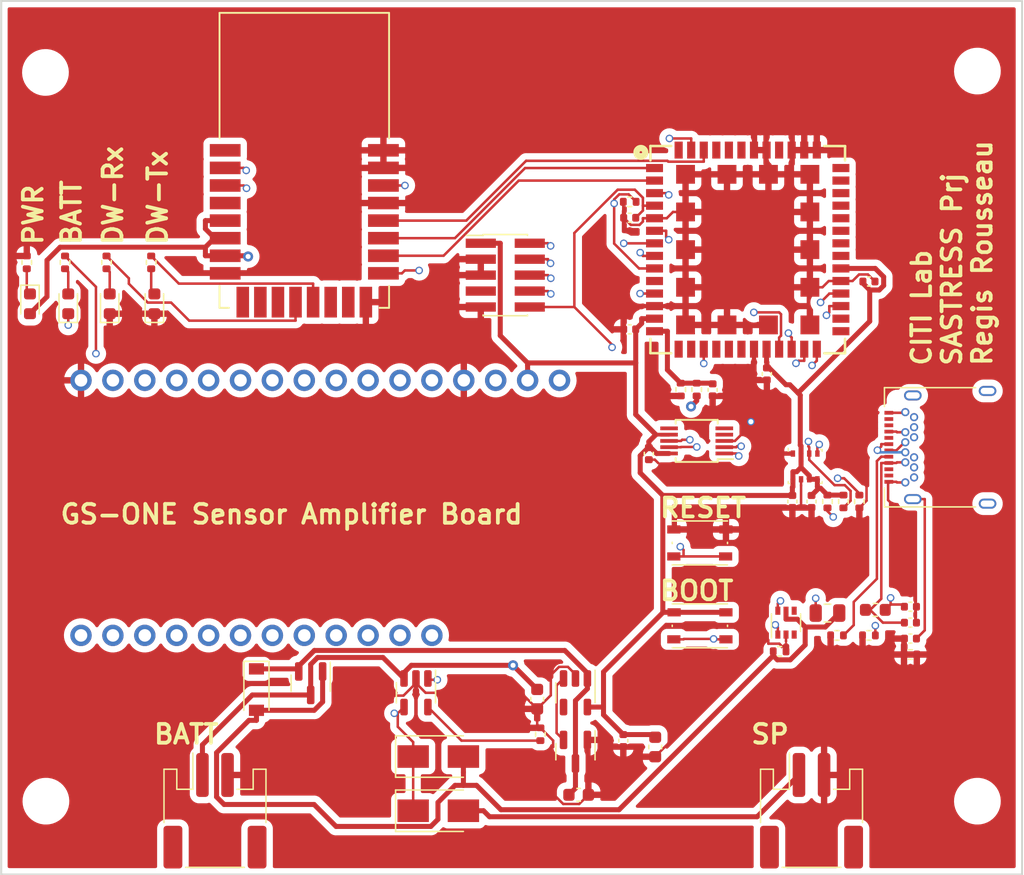
<source format=kicad_pcb>
(kicad_pcb (version 20211014) (generator pcbnew)
  (layers (0 "F.Cu" signal) (1 "In1.Cu" signal) (2 "In2.Cu" signal) (31 "B.Cu" signal) (34 "B.Paste" user) (35 "F.Paste" user) (36 "B.SilkS" user "B.Silkscreen") (37 "F.SilkS" user "F.Silkscreen") (38 "B.Mask" user) (39 "F.Mask" user) (44 "Edge.Cuts" user))
  (net 0 "")
  (net 1 "GND")
  (net 2 "VBAT")
  (net 3 "+BATT")
  (net 4 "+3V3")
  (net 5 "VDD_IN")
  (net 6 "Net-(C105-Pad2)")
  (net 7 "Net-(C106-Pad1)")
  (net 8 "Net-(C107-Pad1)")
  (net 9 "NRST")
  (net 10 "Net-(D100-Pad1)")
  (net 11 "Net-(D101-Pad1)")
  (net 12 "Net-(D101-Pad2)")
  (net 13 "Net-(D102-Pad1)")
  (net 14 "VBUS")
  (net 15 "VDC")
  (net 16 "/STM32WL-MAMWLE-C1/USB_N")
  (net 19 "/STM32WL-MAMWLE-C1/USB_P")
  (net 20 "Net-(D200-Pad2)")
  (net 21 "Net-(D201-Pad2)")
  (net 22 "Net-(J102-PadA5)")
  (net 24 "Net-(J102-PadB5)")
  (net 26 "PA13_SWDIO")
  (net 27 "PA14_SWCLK")
  (net 28 "PB3_SWO")
  (net 30 "PA15_JTDI")
  (net 31 "Net-(R104-Pad1)")
  (net 32 "TXLED")
  (net 33 "RXLED")
  (net 34 "DW_IRQ")
  (net 35 "BOOTO")
  (net 36 "BME_SDA")
  (net 37 "BME_SCL")
  (net 38 "LDO_EN")
  (net 41 "DW_WAKEUP")
  (net 42 "DW_RSTn")
  (net 49 "DW_CSn")
  (net 50 "DW_MOSI")
  (net 51 "DW_MISO")
  (net 52 "DW_CLK")
  (net 54 "BME_CLK")
  (net 66 "PB7_RxD1")
  (net 67 "PB6_TxD1")
  (net 69 "ADC0")
  (footprint "Mounting_Holes:MountingHole_2.7mm" (layer "F.Cu") (at 58.636 139.088)
    (fp_text reference "MK3" hide)
    (fp_text value "Mounting_Hole_PAD" hide)
  )
  (footprint "Mounting_Holes:MountingHole_2.7mm" (layer "F.Cu") (at 58.6 81.03)
    (fp_text reference "MK1" hide)
    (fp_text value "Mounting_Hole_PAD" hide)
  )
  (footprint "Mounting_Holes:MountingHole_2.7mm" (layer "F.Cu") (at 132.804 80.922)
    (fp_text reference "MK2" hide)
    (fp_text value "Mounting_Hole_PAD" hide)
  )
  (footprint "Mounting_Holes:MountingHole_2.7mm" (layer "F.Cu") (at 132.804 139.088)
    (fp_text reference "MK4" hide)
    (fp_text value "Mounting_Hole_PAD" hide)
  )
  (footprint "Capacitor_SMD:C_0603_1608Metric" (layer "F.Cu") (at 107.15 134.77 -90)
    (fp_text reference "C103" hide)
    (fp_text value "10uF" hide)
  )
  (footprint "Resistor_SMD:R_0402_1005Metric" (layer "F.Cu") (at 67.018 96.162 -90)
    (fp_text reference "R201" hide)
    (fp_text value "1K5" hide)
  )
  (footprint "Connector_JST:JST_PH_S2B-PH-SM4-TB_1x02-1MP_P2.00mm_Horizontal" (layer "F.Cu") (at 119.596 139.85)
    (fp_text reference "J101" hide)
    (fp_text value "JST_PH" hide)
  )
  (footprint "Connector_PinHeader_1.27mm:PinHeader_2x05_P1.27mm_Vertical_SMD" (layer "F.Cu") (at 95.212 97.178)
    (fp_text reference "J200" hide)
    (fp_text value "Conn_ARM_JTAG_SWD_10" hide)
  )
  (footprint "RF_Module:DWM1000" (layer "F.Cu") (at 79.21 88.034)
    (fp_text reference "U200" hide)
    (fp_text value "DWM1000" hide)
  )
  (footprint "Capacitor_SMD:C_0402_1005Metric" (layer "F.Cu") (at 106.642 111.402 -90)
    (fp_text reference "C200" hide)
    (fp_text value "100nF" hide)
  )
  (footprint "Package_TO_SOT_SMD:SOT-363_SC-70-6" (layer "F.Cu") (at 117.564 124.864 90)
    (fp_text reference "D105" hide)
    (fp_text value "NUP2202" hide)
  )
  (footprint "Capacitor_SMD:C_0402_1005Metric" (layer "F.Cu") (at 105.118 92.606 180)
    (fp_text reference "C201" hide)
    (fp_text value "100nF" hide)
  )
  (footprint "LED_SMD:LED_0603_1608Metric" (layer "F.Cu") (at 63.716 99.464 90)
    (fp_text reference "D200" hide)
    (fp_text value "RX-GREEN" hide)
  )
  (footprint "Capacitor_SMD:C_0402_1005Metric" (layer "F.Cu") (at 105.118 101.496)
    (fp_text reference "C204" hide)
    (fp_text value "100nF" hide)
  )
  (footprint "Package_SO:MSOP-10_3x3mm_P0.5mm" (layer "F.Cu") (at 110.452 110.386 180)
    (fp_text reference "U202" hide)
    (fp_text value "CH340E" hide)
  )
  (footprint "Resistor_SMD:R_0402_1005Metric" (layer "F.Cu") (at 57.112 96.162 90)
    (fp_text reference "R102" hide)
    (fp_text value "1K5" hide)
  )
  (footprint "Connector_USB:USB_C_Receptacle_Amphenol_12401548E4-2A" (layer "F.Cu") (at 130.772 110.894 90)
    (fp_text reference "J102" hide)
    (fp_text value "USB_C_Receptacle_USB2.0" hide)
  )
  (footprint "Package_TO_SOT_SMD:SOT-23-5" (layer "F.Cu") (at 88.1 130.452 -90)
    (fp_text reference "U101" hide)
    (fp_text value "MCP73831" hide)
  )
  (footprint "Capacitor_SMD:C_0402_1005Metric" (layer "F.Cu") (at 111.722 106.322 90)
    (fp_text reference "C100" hide)
    (fp_text value "100nF" hide)
  )
  (footprint "LED_SMD:LED_0603_1608Metric" (layer "F.Cu") (at 60.414 99.464 90)
    (fp_text reference "D101" hide)
    (fp_text value "CH_ORANGE" hide)
  )
  (footprint "Button_Switch_SMD:SW_Push_1P1T_NO_Vertical_Wuerth_434133025816" (layer "F.Cu") (at 110.706 125.118 180)
    (fp_text reference "SW201" hide)
    (fp_text value "BOOTO" hide)
  )
  (footprint "Capacitor_SMD:C_0402_1005Metric" (layer "F.Cu") (at 127.47 123.594)
    (fp_text reference "C107" hide)
    (fp_text value "100nF" hide)
  )
  (footprint "Package_TO_SOT_SMD:SOT-23" (layer "F.Cu") (at 79.718 129.69 -90)
    (fp_text reference "Q100" hide)
    (fp_text value "SI2323DS" hide)
  )
  (footprint "Resistor_SMD:R_0402_1005Metric" (layer "F.Cu") (at 110.452 106.294 90)
    (fp_text reference "R100" hide)
    (fp_text value "1M" hide)
  )
  (footprint "Connector_JST:JST_PH_S2B-PH-SM4-TB_1x02-1MP_P2.00mm_Horizontal" (layer "F.Cu") (at 72.098 139.85)
    (fp_text reference "J100" hide)
    (fp_text value "JST_PH" hide)
  )
  (footprint "Inductor_SMD:L_0603_1608Metric" (layer "F.Cu") (at 124.676 123.848)
    (fp_text reference "FB100" hide)
    (fp_text value "PZ1608D221-1R0TF" hide)
  )
  (footprint "Capacitor_SMD:C_0402_1005Metric" (layer "F.Cu") (at 124.168 97.686 180)
    (fp_text reference "C205" hide)
    (fp_text value "100nF" hide)
  )
  (footprint "LED_SMD:LED_0603_1608Metric" (layer "F.Cu") (at 57.366 99.464 -90)
    (fp_text reference "D100" hide)
    (fp_text value "PWR-RED" hide)
  )
  (footprint "Resistor_SMD:R_0402_1005Metric" (layer "F.Cu") (at 105.118 91.336 180)
    (fp_text reference "R202" hide)
    (fp_text value "1K5" hide)
  )
  (footprint "LED_SMD:LED_0603_1608Metric" (layer "F.Cu") (at 67.272 99.464 90)
    (fp_text reference "D201" hide)
    (fp_text value "TX-BLUE" hide)
  )
  (footprint "Button_Switch_SMD:SW_Push_1P1T_NO_Vertical_Wuerth_434133025816" (layer "F.Cu") (at 110.706 118.514)
    (fp_text reference "SW200" hide)
    (fp_text value "RESET" hide)
  )
  (footprint "Resistor_SMD:R_0402_1005Metric" (layer "F.Cu") (at 127.47 127.404)
    (fp_text reference "R106" hide)
    (fp_text value "1M" hide)
  )
  (footprint "Capacitor_SMD:C_0603_1608Metric" (layer "F.Cu") (at 101.054 138.58)
    (fp_text reference "C104" hide)
    (fp_text value "10uF" hide)
  )
  (footprint "Diode_SMD:D_SMA" (layer "F.Cu") (at 89.878 135.532)
    (fp_text reference "D102" hide)
    (fp_text value "SS14" hide)
  )
  (footprint "Capacitor_SMD:C_0402_1005Metric" (layer "F.Cu") (at 127.47 126.134)
    (fp_text reference "C105" hide)
    (fp_text value "10nF" hide)
  )
  (footprint "Resistor_SMD:R_0402_1005Metric" (layer "F.Cu") (at 117.056 127.15)
    (fp_text reference "R105" hide)
    (fp_text value "100K" hide)
  )
  (footprint "Resistor_SMD:R_0402_1005Metric" (layer "F.Cu") (at 120.866 115.212 90)
    (fp_text reference "R205" hide)
    (fp_text value "5K1" hide)
  )
  (footprint "Capacitor_SMD:C_0402_1005Metric" (layer "F.Cu") (at 118.072 115.212 -90)
    (fp_text reference "C202" hide)
    (fp_text value "100nF" hide)
  )
  (footprint "Capacitor_SMD:C_0402_1005Metric" (layer "F.Cu") (at 116.04 105.052 -90)
    (fp_text reference "C206" hide)
    (fp_text value "100nF" hide)
  )
  (footprint "Diode_SMD:D_SOD-123" (layer "F.Cu") (at 75.4 130.198 -90)
    (fp_text reference "D104" hide)
    (fp_text value "B5819W" hide)
  )
  (footprint "Capacitor_SMD:C_0603_1608Metric" (layer "F.Cu") (at 97.752 130.96 -90)
    (fp_text reference "C101" hide)
    (fp_text value "10uF" hide)
  )
  (footprint "Resistor_SMD:R_0402_1005Metric" (layer "F.Cu") (at 109.182 106.294 -90)
    (fp_text reference "R101" hide)
    (fp_text value "1M" hide)
  )
  (footprint "Capacitor_SMD:C_0402_1005Metric" (layer "F.Cu") (at 104.61 134.262 -90)
    (fp_text reference "C102" hide)
    (fp_text value "100nF" hide)
  )
  (footprint "MAMWLExx:MAMWLExx" (layer "F.Cu") (at 114.516 95.146)
    (fp_text reference "U201" hide)
    (fp_text value "MAMWLExx" hide)
  )
  (footprint "Package_LGA:Bosch_LGA-8_2.5x2.5mm_P0.65mm_ClockwisePinNumbering" (layer "F.Cu") (at 119.088 112.418)
    (fp_text reference "U203" hide)
    (fp_text value "BME280" hide)
  )
  (footprint "Diode_SMD:D_SMA" (layer "F.Cu") (at 89.878 139.85)
    (fp_text reference "D103" hide)
    (fp_text value "SS14" hide)
  )
  (footprint "Resistor_SMD:R_0402_1005Metric" (layer "F.Cu") (at 98.006 133.754 90)
    (fp_text reference "R104" hide)
    (fp_text value "4K7" hide)
  )
  (footprint "Fuse:Fuse_0805_2012Metric" (layer "F.Cu") (at 120.866 124.102)
    (fp_text reference "F101" hide)
    (fp_text value "0.75A" hide)
  )
  (footprint "Resistor_SMD:R_0402_1005Metric" (layer "F.Cu") (at 123.406 115.212 -90)
    (fp_text reference "R203" hide)
    (fp_text value "100K" hide)
  )
  (footprint "Resistor_SMD:R_0402_1005Metric" (layer "F.Cu") (at 121.626 125.88)
    (fp_text reference "R107" hide)
    (fp_text value "5K1" hide)
  )
  (footprint "Resistor_SMD:R_0402_1005Metric" (layer "F.Cu") (at 122.136 115.212 90)
    (fp_text reference "R204" hide)
    (fp_text value "5K1" hide)
  )
  (footprint "Capacitor_SMD:C_0402_1005Metric" (layer "F.Cu") (at 127.47 124.864)
    (fp_text reference "C106" hide)
    (fp_text value "10nF" hide)
  )
  (footprint "Package_TO_SOT_SMD:SOT-23" (layer "F.Cu") (at 100.8 135.1455 -90)
    (fp_text reference "U100" hide)
    (fp_text value "TPS3809K33D" hide)
  )
  (footprint "Resistor_SMD:R_0402_1005Metric" (layer "F.Cu") (at 124.168 125.88)
    (fp_text reference "R108" hide)
    (fp_text value "5K1" hide)
  )
  (footprint "Resistor_SMD:R_0402_1005Metric" (layer "F.Cu") (at 63.462 96.162 -90)
    (fp_text reference "R200" hide)
    (fp_text value "1k5" hide)
  )
  (footprint "penguino_v1:Feather-Generic-no-holes" (layer "F.Cu") (at 105.88 104.29 -90)
    (fp_text reference "U300" hide)
    (fp_text value "Feather-Generic")
  )
  (footprint "Capacitor_SMD:C_0402_1005Metric" (layer "F.Cu") (at 119.596 115.212 -90)
    (fp_text reference "C203" hide)
    (fp_text value "100nF" hide)
  )
  (footprint "Resistor_SMD:R_0402_1005Metric" (layer "F.Cu") (at 60.16 96.162 -90)
    (fp_text reference "R103" hide)
    (fp_text value "1K5" hide)
  )
  (footprint "Package_TO_SOT_SMD:TSOT-23-5" (layer "F.Cu") (at 100.8 130.452 -90)
    (fp_text reference "U102" hide)
    (fp_text value "RT9078-33GJ5" hide)
  )
  (gr_rect (start 55.08 75.334) (end 136.36 144.93) (layer "Edge.Cuts") (width 0.15) (fill none))
  (gr_text "SP" (at 116.294 133.754) (layer "F.SilkS") (effects (font (size 1.5 1.5) (thickness 0.3))))
  (gr_text "BOOT" (at 110.452 122.324) (layer "F.SilkS") (effects (font (size 1.5 1.5) (thickness 0.3))))
  (gr_text "DW-Rx" (at 63.97 90.828 90) (layer "F.SilkS") (effects (font (size 1.5 1.5) (thickness 0.3))))
  (gr_text "RESET" (at 110.96 115.72) (layer "F.SilkS") (effects (font (size 1.5 1.5) (thickness 0.3))))
  (gr_text "CITI Lab\nSASTRESS Prj\nRegis Rousseau" (at 130.772 104.544 90) (layer "F.SilkS") (effects (font (size 1.5 1.5) (thickness 0.3)) (justify left)))
  (gr_text "DW-Tx" (at 67.526 91.006572 90) (layer "F.SilkS") (effects (font (size 1.5 1.5) (thickness 0.3))))
  (gr_text "BATT" (at 69.812 133.754) (layer "F.SilkS") (effects (font (size 1.5 1.5) (thickness 0.3))))
  (gr_text "PWR" (at 57.62 92.363714 90) (layer "F.SilkS") (effects (font (size 1.5 1.5) (thickness 0.3))))
  (gr_text "GS-ONE Sensor Amplifier Board" (at 78.194 116.228) (layer "F.SilkS") (effects (font (size 1.5 1.5) (thickness 0.3))))
  (gr_text "BATT" (at 60.668 92.185143 90) (layer "F.SilkS") (effects (font (size 1.5 1.5) (thickness 0.3))))
  (segment (start 119.016 87.216) (end 119.016 87.6786) (width 0.2) (layer "F.Cu") (net 1))
  (segment (start 106.1707 92.646) (end 106.1707 92.9064) (width 0.2) (layer "F.Cu") (net 1))
  (segment (start 106.1707 92.9064) (end 105.902 93.1751) (width 0.2) (layer "F.Cu") (net 1))
  (segment (start 107.096 92.646) (end 106.1707 92.646) (width 0.2) (layer "F.Cu") (net 1))
  (segment (start 126.4023 113.694) (end 126.3523 113.644) (width 0.2) (layer "F.Cu") (net 1))
  (segment (start 127.062 113.694) (end 126.4023 113.694) (width 0.2) (layer "F.Cu") (net 1))
  (segment (start 126.99 126.134) (end 126.96 126.164) (width 0.2) (layer "F.Cu") (net 1))
  (segment (start 127.012 108.144) (end 127.062 108.094) (width 0.2) (layer "F.Cu") (net 1))
  (segment (start 123.9768 115.1512) (end 123.9768 114.0048) (width 0.2) (layer "F.Cu") (net 1))
  (segment (start 120.4663 98.146) (end 120.9663 97.646) (width 0.2) (layer "F.Cu") (net 1))
  (segment (start 86.322 130.706) (end 86.35052 130.67748) (width 0.2) (layer "F.Cu") (net 1))
  (segment (start 116.1553 126.5397) (end 117.0342 126.5397) (width 0.2) (layer "F.Cu") (net 1))
  (segment (start 107.096 92.646) (end 108.0659 92.646) (width 0.2) (layer "F.Cu") (net 1))
  (segment (start 104.608 91.336) (end 104.608 92.576) (width 0.2) (layer "F.Cu") (net 1))
  (segment (start 125.692 115.099) (end 125.805 115.212) (width 0.2) (layer "F.Cu") (net 1))
  (segment (start 123.9768 115.1512) (end 123.406 115.722) (width 0.2) (layer "F.Cu") (net 1))
  (segment (start 125.882 113.644) (end 125.8366 113.644) (width 0.2) (layer "F.Cu") (net 1))
  (segment (start 120.9663 97.646) (end 121.936 97.646) (width 0.2) (layer "F.Cu") (net 1))
  (segment (start 88.1 129.6837) (end 88.1 129.3145) (width 0.2) (layer "F.Cu") (net 1))
  (segment (start 124.0871 97.1251) (end 123.3822 97.1251) (width 0.2) (layer "F.Cu") (net 1))
  (segment (start 100.1953 128.3846) (end 99.4953 128.3846) (width 0.2) (layer "F.Cu") (net 1))
  (segment (start 107.122 111.882) (end 107.404 112.164) (width 0.2) (layer "F.Cu") (net 1))
  (segment (start 98.8375 129.0424) (end 98.8375 130.6495) (width 0.2) (layer "F.Cu") (net 1))
  (segment (start 104.608 92.576) (end 104.638 92.606) (width 0.2) (layer "F.Cu") (net 1))
  (segment (start 88.8683 130.452) (end 88.1 129.6837) (width 0.2) (layer "F.Cu") (net 1))
  (segment (start 98.006 133.244) (end 99.0225 134.2605) (width 0.2) (layer "F.Cu") (net 1))
  (segment (start 116.016 87.216) (end 116.016 87.6786) (width 0.2) (layer "F.Cu") (net 1))
  (segment (start 100.8 128.9893) (end 100.1953 128.3846) (width 0.2) (layer "F.Cu") (net 1))
  (segment (start 100.8 129.3145) (end 100.8 128.9893) (width 0.2) (layer "F.Cu") (net 1))
  (segment (start 99.8266 139.3117) (end 101.0973 139.3117) (width 0.2) (layer "F.Cu") (net 1))
  (segment (start 106.642 111.882) (end 107.122 111.882) (width 0.2) (layer "F.Cu") (net 1))
  (segment (start 109.566 92.146) (end 108.5657 92.146) (width 0.2) (layer "F.Cu") (net 1))
  (segment (start 116.166 89.146) (end 116.166 88.6458) (width 0.2) (layer "F.Cu") (net 1))
  (segment (start 121.936 97.646) (end 122.8613 97.646) (width 0.2) (layer "F.Cu") (net 1))
  (segment (start 105.2071 93.1751) (end 104.638 92.606) (width 0.2) (layer "F.Cu") (net 1))
  (segment (start 84.11 99.2209) (end 84.11 99.3302) (width 0.2) (layer "F.Cu") (net 1))
  (segment (start 97.752 131.735) (end 96.469 130.452) (width 0.2) (layer "F.Cu") (net 1))
  (segment (start 84.11 99.2209) (end 84.11 99.1116) (width 0.2) (layer "F.Cu") (net 1))
  (segment (start 99.0225 134.7695) (end 99.022 134.77) (width 0.2) (layer "F.Cu") (net 1))
  (segment (start 120.016 87.216) (end 120.016 87.6786) (width 0.2) (layer "F.Cu") (net 1))
  (segment (start 116.1553 126.2493) (end 116.1553 126.5397) (width 0.2) (layer "F.Cu") (net 1))
  (segment (start 99.0225 138.5076) (end 99.8266 139.3117) (width 0.2) (layer "F.Cu") (net 1))
  (segment (start 125.752 113.644) (end 125.8366 113.644) (width 0.2) (layer "F.Cu") (net 1))
  (segment (start 124.648 97.686) (end 124.0871 97.1251) (width 0.2) (layer "F.Cu") (net 1))
  (segment (start 117.2239 126.7294) (end 117.2239 126.8079) (width 0.2) (layer "F.Cu") (net 1))
  (segment (start 108.5657 92.1462) (end 108.5657 92.146) (width 0.2) (layer "F.Cu") (net 1))
  (segment (start 117.0342 126.5397) (end 117.2239 126.7294) (width 0.2) (layer "F.Cu") (net 1))
  (segment (start 105.902 93.1751) (end 105.2071 93.1751) (width 0.2) (layer "F.Cu") (net 1))
  (segment (start 99.4953 128.3846) (end 98.8375 129.0424) (width 0.2) (layer "F.Cu") (net 1))
  (segment (start 108.0661 92.6458) (end 108.5657 92.1462) (width 0.2) (layer "F.Cu") (net 1))
  (segment (start 99.0225 134.2605) (end 99.0225 134.7695) (width 0.2) (layer "F.Cu") (net 1))
  (segment (start 125.882 113.644) (end 126.3523 113.644) (width 0.2) (layer "F.Cu") (net 1))
  (segment (start 113.501022 110.386) (end 112.652 110.386) (width 0.2) (layer "F.Cu") (net 1))
  (segment (start 118.016 87.216) (end 118.016 87.6786) (width 0.2) (layer "F.Cu") (net 1))
  (segment (start 119.466 98.146) (end 120.4663 98.146) (width 0.2) (layer "F.Cu") (net 1))
  (segment (start 96.469 130.452) (end 88.8683 130.452) (width 0.2) (layer "F.Cu") (net 1))
  (segment (start 97.752 132.99) (end 98.006 133.244) (width 0.2) (layer "F.Cu") (net 1))
  (segment (start 101.0973 139.3117) (end 101.829 138.58) (width 0.2) (layer "F.Cu") (net 1))
  (segment (start 108.0659 92.646) (end 108.0661 92.6458) (width 0.2) (layer "F.Cu") (net 1))
  (segment (start 125.692 113.7886) (end 125.692 115.099) (width 0.2) (layer "F.Cu") (net 1))
  (segment (start 125.8366 113.644) (end 125.692 113.7886) (width 0.2) (layer "F.Cu") (net 1))
  (segment (start 87.10622 130.67748) (end 88.1 129.6837) (width 0.2) (layer "F.Cu") (net 1))
  (segment (start 107.15 135.545) (end 107.15 135.532) (width 0.2) (layer "F.Cu") (net 1))
  (segment (start 123.9768 114.0048) (end 123.914 113.942) (width 0.2) (layer "F.Cu") (net 1))
  (segment (start 98.8375 130.6495) (end 97.752 131.735) (width 0.2) (layer "F.Cu") (net 1))
  (segment (start 115.016 87.216) (end 115.016 87.6786) (width 0.2) (layer "F.Cu") (net 1))
  (segment (start 116.04 105.532) (end 115.8472 105.532) (width 0.2) (layer "F.Cu") (net 1))
  (segment (start 114.77 109.117022) (end 113.501022 110.386) (width 0.2) (layer "F.Cu") (net 1))
  (segment (start 117.564 125.814) (end 117.564 126.3893) (width 0.2) (layer "F.Cu") (net 1))
  (segment (start 123.3822 97.1251) (end 122.8613 97.646) (width 0.2) (layer "F.Cu") (net 1))
  (segment (start 86.35052 130.67748) (end 87.10622 130.67748) (width 0.2) (layer "F.Cu") (net 1))
  (segment (start 116.04 126.134) (end 116.1553 126.2493) (width 0.2) (layer "F.Cu") (net 1))
  (segment (start 118.763 115.692) (end 118.763 113.9433) (width 0.2) (layer "F.Cu") (net 1))
  (segment (start 107.912 134.77) (end 108.166 134.516) (width 0.2) (layer "F.Cu") (net 1))
  (segment (start 114.77 108.8588) (end 114.77 109.117022) (width 0.2) (layer "F.Cu") (net 1))
  (segment (start 97.752 131.735) (end 97.752 132.99) (width 0.2) (layer "F.Cu") (net 1))
  (segment (start 107.15 135.532) (end 107.912 134.77) (width 0.2) (layer "F.Cu") (net 1))
  (segment (start 125.752 108.144) (end 127.012 108.144) (width 0.2) (layer "F.Cu") (net 1))
  (segment (start 118.763 113.443) (end 118.763 113.9433) (width 0.2) (layer "F.Cu") (net 1))
  (via (at 114.77 108.8588) (size 0.6) (drill 0.4) (layers "F.Cu" "B.Cu") (net 1))
  (segment (start 111.664 105.784) (end 110.452 105.784) (width 0.4) (layer "F.Cu") (net 2))
  (segment (start 109.182 105.784) (end 108.1213 104.7233) (width 0.4) (layer "F.Cu") (net 2))
  (segment (start 111.722 105.842) (end 111.664 105.784) (width 0.4) (layer "F.Cu") (net 2))
  (segment (start 107.096 101.646) (end 108.1213 101.646) (width 0.4) (layer "F.Cu") (net 2))
  (segment (start 110.452 105.784) (end 109.182 105.784) (width 0.4) (layer "F.Cu") (net 2))
  (segment (start 108.1213 104.7233) (end 108.1213 101.646) (width 0.4) (layer "F.Cu") (net 2))
  (segment (start 97.752 130.185) (end 95.8316 128.2646) (width 0.4) (layer "F.Cu") (net 3))
  (segment (start 87.7332 128.2646) (end 95.8316 128.2646) (width 0.4) (layer "F.Cu") (net 3))
  (segment (start 75.0675 130.6275) (end 71.098 134.597) (width 0.4) (layer "F.Cu") (net 3))
  (segment (start 87.15 129.3145) (end 85.4751 127.6396) (width 0.4) (layer "F.Cu") (net 3))
  (segment (start 110.002 107.6424) (end 110.452 107.1924) (width 0.4) (layer "F.Cu") (net 3))
  (segment (start 110.452 107.1924) (end 110.452 106.804) (width 0.4) (layer "F.Cu") (net 3))
  (segment (start 87.15 128.8478) (end 87.7332 128.2646) (width 0.4) (layer "F.Cu") (net 3))
  (segment (start 79.718 128.1916) (end 79.718 130.6275) (width 0.4) (layer "F.Cu") (net 3))
  (segment (start 87.15 129.3145) (end 87.15 128.8478) (width 0.4) (layer "F.Cu") (net 3))
  (segment (start 79.718 130.6275) (end 75.0675 130.6275) (width 0.4) (layer "F.Cu") (net 3))
  (segment (start 85.4751 127.6396) (end 80.27 127.6396) (width 0.4) (layer "F.Cu") (net 3))
  (segment (start 71.098 134.597) (end 71.098 137) (width 0.4) (layer "F.Cu") (net 3))
  (segment (start 80.27 127.6396) (end 79.718 128.1916) (width 0.4) (layer "F.Cu") (net 3))
  (via (at 110.002 107.6424) (size 0.8) (drill 0.4) (layers "F.Cu" "B.Cu") (net 3))
  (via (at 95.8316 128.2646) (size 0.8) (drill 0.4) (layers "F.Cu" "B.Cu") (net 3))
  (segment (start 72.91 95.6352) (end 74.4853 95.6352) (width 0.4) (layer "F.Cu") (net 4))
  (segment (start 104.61 133.782) (end 103.0341 132.2061) (width 0.4) (layer "F.Cu") (net 4))
  (segment (start 120.1739 114.1541) (end 120.3181 114.1541) (width 0.4) (layer "F.Cu") (net 4))
  (segment (start 74.7342 95.6947) (end 74.5448 95.6947) (width 0.4) (layer "F.Cu") (net 4))
  (segment (start 123.688 97.8244) (end 123.688 97.686) (width 0.4) (layer "F.Cu") (net 4))
  (segment (start 71.3347 93.4886) (end 71.3347 92.8352) (width 0.4) (layer "F.Cu") (net 4))
  (segment (start 118.072 114.0843) (end 118.072 114.732) (width 0.4) (layer "F.Cu") (net 4))
  (segment (start 117.5618 105.9132) (end 117.8713 105.9132) (width 0.4) (layer "F.Cu") (net 4))
  (segment (start 106.642 110.4456) (end 106.642 110.922) (width 0.4) (layer "F.Cu") (net 4))
  (segment (start 118.763 112.4931) (end 118.763 111.9933) (width 0.4) (layer "F.Cu") (net 4))
  (segment (start 120.063 114.0433) (end 120.1739 114.1541) (width 0.4) (layer "F.Cu") (net 4))
  (segment (start 72.0516 94.2352) (end 72.1224 94.2352) (width 0.4) (layer "F.Cu") (net 4))
  (segment (start 118.763 111.393) (end 118.763 110.7927) (width 0.4) (layer "F.Cu") (net 4))
  (segment (start 105.598 108.2824) (end 107.2016 109.886) (width 0.4) (layer "F.Cu") (net 4))
  (segment (start 119.413 113.3932) (end 119.413 113.1507) (width 0.4) (layer "F.Cu") (net 4))
  (segment (start 125.3394 98.0091) (end 124.9837 98.3648) (width 0.4) (layer "F.Cu") (net 4))
  (segment (start 71.3347 95.6352) (end 71.3347 94.9521) (width 0.4) (layer "F.Cu") (net 4))
  (segment (start 124.6717 96.646) (end 125.3394 97.3137) (width 0.4) (layer "F.Cu") (net 4))
  (segment (start 117.8713 105.9132) (end 118.5221 106.5639) (width 0.4) (layer "F.Cu") (net 4))
  (segment (start 108.656 124.043) (end 107.7807 124.043) (width 0.4) (layer "F.Cu") (net 4))
  (segment (start 120.063 113.443) (end 119.5377 113.443) (width 0.4) (layer "F.Cu") (net 4))
  (segment (start 119.596 114.732) (end 120.1739 114.1541) (width 0.4) (layer "F.Cu") (net 4))
  (segment (start 58.7217 95.9972) (end 58.7217 98.8958) (width 0.4) (layer "F.Cu") (net 4))
  (segment (start 107.7807 124.043) (end 107.7556 124.0179) (width 0.4) (layer "F.Cu") (net 4))
  (segment (start 119.413 113.1507) (end 118.7592 112.4969) (width 0.4) (layer "F.Cu") (net 4))
  (segment (start 72.91 94.2352) (end 72.1224 94.2352) (width 0.4) (layer "F.Cu") (net 4))
  (segment (start 101.75 131.5895) (end 103.0341 131.5895) (width 0.4) (layer "F.Cu") (net 4))
  (segment (start 124.2284 100.8576) (end 124.2284 98.3648) (width 0.4) (layer "F.Cu") (net 4))
  (segment (start 94.8123 101.9964) (end 94.8123 94.638) (width 0.4) (layer "F.Cu") (net 4))
  (segment (start 116.016 103.076) (end 116.016 104.1013) (width 0.4) (layer "F.Cu") (net 4))
  (segment (start 120.063 113.443) (end 120.063 114.0433) (width 0.4) (layer "F.Cu") (net 4))
  (segment (start 106.7924 110.922) (end 107.2568 111.3864) (width 0.4) (layer "F.Cu") (net 4))
  (segment (start 118.5221 106.5639) (end 118.7001 106.742) (width 0.4) (layer "F.Cu") (net 4))
  (segment (start 116.04 104.572) (end 116.04 104.1253) (width 0.4) (layer "F.Cu") (net 4))
  (segment (start 107.7556 114.732) (end 118.072 114.732) (width 0.4) (layer "F.Cu") (net 4))
  (segment (start 118.763 111.393) (end 118.763 111.9933) (width 0.4) (layer "F.Cu") (net 4))
  (segment (start 119.4879 113.3932) (end 119.5377 113.443) (width 0.4) (layer "F.Cu") (net 4))
  (segment (start 107.2016 109.886) (end 106.642 110.4456) (width 0.4) (layer "F.Cu") (net 4))
  (segment (start 106.0707 101.0233) (end 106.0707 100.646) (width 0.4) (layer "F.Cu") (net 4))
  (segment (start 120.3181 114.1541) (end 120.866 114.702) (width 0.4) (layer "F.Cu") (net 4))
  (segment (start 107.7556 114.732) (end 105.9561 112.9325) (width 0.4) (layer "F.Cu") (net 4))
  (segment (start 106.937 133.782) (end 107.15 133.995) (width 0.4) (layer "F.Cu") (net 4))
  (segment (start 103.0341 131.5895) (end 103.0341 128.7896) (width 0.4) (layer "F.Cu") (net 4))
  (segment (start 116.2206 104.572) (end 117.5618 105.9132) (width 0.4) (layer "F.Cu") (net 4))
  (segment (start 105.9561 112.9325) (end 105.9561 111.5636) (width 0.4) (layer "F.Cu") (net 4))
  (segment (start 107.2016 109.886) (end 108.252 109.886) (width 0.2998) (layer "F.Cu") (net 4))
  (segment (start 105.598 101.496) (end 106.0707 101.0233) (width 0.4) (layer "F.Cu") (net 4))
  (segment (start 96.99 105.56) (end 96.99 104.3597) (width 0.4) (layer "F.Cu") (net 4))
  (segment (start 72.0813 94.2352) (end 71.3347 93.4886) (width 0.4) (layer "F.Cu") (net 4))
  (segment (start 96.99 104.1741) (end 105.598 104.1741) (width 0.4) (layer "F.Cu") (net 4))
  (segment (start 125.3394 97.3137) (end 125.3394 98.0091) (width 0.4) (layer "F.Cu") (net 4))
  (segment (start 118.113 112.8427) (end 118.4134 112.8427) (width 0.4) (layer "F.Cu") (net 4))
  (segment (start 124.2284 98.3648) (end 123.688 97.8244) (width 0.4) (layer "F.Cu") (net 4))
  (segment (start 96.99 104.1741) (end 94.8123 101.9964) (width 0.4) (layer "F.Cu") (net 4))
  (segment (start 59.7668 94.9521) (end 58.7217 95.9972) (width 0.4) (layer "F.Cu") (net 4))
  (segment (start 118.5221 106.5639) (end 124.2284 100.8576) (width 0.4) (layer "F.Cu") (net 4))
  (segment (start 107.7556 124.0179) (end 107.7556 114.732) (width 0.4) (layer "F.Cu") (net 4))
  (segment (start 112.781 124.043) (end 108.656 124.043) (width 0.4) (layer "F.Cu") (net 4))
  (segment (start 118.4134 112.8427) (end 118.7592 112.4969) (width 0.4) (layer "F.Cu") (net 4))
  (segment (start 103.0341 132.2061) (end 103.0341 131.5895) (width 0.4) (layer "F.Cu") (net 4))
  (segment (start 108.2516 111.3864) (end 108.252 111.386) (width 0.2998) (layer "F.Cu") (net 4))
  (segment (start 96.99 104.3597) (end 96.99 104.1741) (width 0.4) (layer "F.Cu") (net 4))
  (segment (start 106.642 110.922) (end 106.7924 110.922) (width 0.4) (layer "F.Cu") (net 4))
  (segment (start 104.61 133.782) (end 106.937 133.782) (width 0.4) (layer "F.Cu") (net 4))
  (segment (start 93.262 94.638) (end 94.8123 94.638) (width 0.4) (layer "F.Cu") (net 4))
  (segment (start 118.7001 106.742) (end 118.7001 110.7298) (width 0.4) (layer "F.Cu") (net 4))
  (segment (start 106.5977 110.922) (end 106.642 110.922) (width 0.4) (layer "F.Cu") (net 4))
  (segment (start 72.91 92.8352) (end 71.3347 92.8352) (width 0.4) (layer "F.Cu") (net 4))
  (segment (start 58.7217 98.8958) (end 57.366 100.2515) (width 0.4) (layer "F.Cu") (net 4))
  (segment (start 74.5448 95.6947) (end 74.4853 95.6352) (width 0.4) (layer "F.Cu") (net 4))
  (segment (start 71.3347 94.9521) (end 72.0516 94.2352) (width 0.4) (layer "F.Cu") (net 4))
  (segment (start 71.3347 94.9521) (end 59.7668 94.9521) (width 0.4) (layer "F.Cu") (net 4))
  (segment (start 72.26 95.6352) (end 71.3347 95.6352) (width 0.4) (layer "F.Cu") (net 4))
  (segment (start 72.26 95.6352) (end 72.91 95.6352) (width 0.4) (layer "F.Cu") (net 4))
  (segment (start 118.113 114.0433) (end 118.072 114.0843) (width 0.4) (layer "F.Cu") (net 4))
  (segment (start 116.04 104.572) (end 116.2206 104.572) (width 0.4) (layer "F.Cu") (net 4))
  (segment (start 124.9837 98.3648) (end 124.2284 98.3648) (width 0.4) (layer "F.Cu") (net 4))
  (segment (start 105.598 104.1741) (end 105.598 101.496) (width 0.4) (layer "F.Cu") (net 4))
  (segment (start 118.7592 112.4969) (end 118.763 112.4931) (width 0.4) (layer "F.Cu") (net 4))
  (segment (start 119.413 113.443) (end 119.413 113.3932) (width 0.4) (layer "F.Cu") (net 4))
  (segment (start 105.9561 111.5636) (end 106.5977 110.922) (width 0.4) (layer "F.Cu") (net 4))
  (segment (start 107.2568 111.3864) (end 108.2516 111.3864) (width 0.4) (layer "F.Cu") (net 4))
  (segment (start 118.113 113.443) (end 118.113 114.0433) (width 0.4) (layer "F.Cu") (net 4))
  (segment (start 105.598 104.1741) (end 105.598 108.2824) (width 0.4) (layer "F.Cu") (net 4))
  (segment (start 119.413 113.3932) (end 119.4879 113.3932) (width 0.4) (layer "F.Cu") (net 4))
  (segment (start 118.7001 110.7298) (end 118.763 110.7927) (width 0.4) (layer "F.Cu") (net 4))
  (segment (start 120.866 114.702) (end 122.136 114.702) (width 0.4) (layer "F.Cu") (net 4))
  (segment (start 118.113 113.443) (end 118.113 112.8427) (width 0.4) (layer "F.Cu") (net 4))
  (segment (start 121.936 96.646) (end 124.6717 96.646) (width 0.4) (layer "F.Cu") (net 4))
  (segment (start 103.0341 128.7896) (end 107.7807 124.043) (width 0.4) (layer "F.Cu") (net 4))
  (segment (start 72.1224 94.2352) (end 72.0813 94.2352) (width 0.4) (layer "F.Cu") (net 4))
  (segment (start 107.096 100.646) (end 106.0707 100.646) (width 0.4) (layer "F.Cu") (net 4))
  (segment (start 116.04 104.1253) (end 116.016 104.1013) (width 0.4) (layer "F.Cu") (net 4))
  (via (at 74.7342 95.6947) (size 0.8) (drill 0.4) (layers "F.Cu" "B.Cu") (net 4))
  (segment (start 78.768 128.548) (end 78.768 128.7525) (width 0.4) (layer "F.Cu") (net 5))
  (segment (start 99.9472 127.0804) (end 80.0094 127.0804) (width 0.4) (layer "F.Cu") (net 5))
  (segment (start 101.75 128.8832) (end 99.9472 127.0804) (width 0.4) (layer "F.Cu") (net 5))
  (segment (start 100.8 138.059) (end 100.8 136.083) (width 0.4) (layer "F.Cu") (net 5))
  (segment (start 80.0094 127.0804) (end 78.768 128.3218) (width 0.4) (layer "F.Cu") (net 5))
  (segment (start 78.768 128.3218) (end 78.768 128.548) (width 0.4) (layer "F.Cu") (net 5))
  (segment (start 75.4 128.548) (end 78.768 128.548) (width 0.4) (layer "F.Cu") (net 5))
  (segment (start 100.8 136.083) (end 100.8 131.0783) (width 0.4) (layer "F.Cu") (net 5))
  (segment (start 100.8 131.0783) (end 101.75 130.1283) (width 0.4) (layer "F.Cu") (net 5))
  (segment (start 101.75 130.1283) (end 101.75 129.3145) (width 0.4) (layer "F.Cu") (net 5))
  (segment (start 100.279 138.58) (end 100.8 138.059) (width 0.4) (layer "F.Cu") (net 5))
  (segment (start 101.75 129.3145) (end 101.75 128.8832) (width 0.4) (layer "F.Cu") (net 5))
  (segment (start 127.662 115.024) (end 128.6123 115.024) (width 0.2) (layer "F.Cu") (net 6))
  (segment (start 128.6123 125.4717) (end 128.6123 115.024) (width 0.2) (layer "F.Cu") (net 6))
  (segment (start 127.95 126.134) (end 128.6123 125.4717) (width 0.2) (layer "F.Cu") (net 6))
  (segment (start 125.752 112.144) (end 125.1517 112.144) (width 0.2) (layer "F.Cu") (net 7))
  (segment (start 125.2792 124.864) (end 124.2632 123.848) (width 0.2) (layer "F.Cu") (net 7))
  (segment (start 125.752 112.144) (end 126.3523 112.144) (width 0.2) (layer "F.Cu") (net 7))
  (segment (start 126.4023 112.094) (end 126.3523 112.144) (width 0.2) (layer "F.Cu") (net 7))
  (segment (start 127.062 112.094) (end 126.4023 112.094) (width 0.2) (layer "F.Cu") (net 7))
  (segment (start 126.99 124.864) (end 125.2792 124.864) (width 0.2) (layer "F.Cu") (net 7))
  (segment (start 127.062 109.694) (end 126.4023 109.694) (width 0.2) (layer "F.Cu") (net 7))
  (segment (start 125.1517 122.9595) (end 125.1517 112.144) (width 0.2) (layer "F.Cu") (net 7))
  (segment (start 126.4023 109.694) (end 126.3523 109.644) (width 0.2) (layer "F.Cu") (net 7))
  (segment (start 124.2632 123.848) (end 125.1517 122.9595) (width 0.2) (layer "F.Cu") (net 7))
  (segment (start 125.752 109.644) (end 126.3523 109.644) (width 0.2) (layer "F.Cu") (net 7))
  (segment (start 124.2632 123.848) (end 123.8885 123.848) (width 0.2) (layer "F.Cu") (net 7))
  (segment (start 125.8914 123.4201) (end 125.4635 123.848) (width 0.2) (layer "F.Cu") (net 8))
  (segment (start 126.8161 123.4201) (end 126.99 123.594) (width 0.2) (layer "F.Cu") (net 8))
  (segment (start 125.8914 122.8908) (end 125.8914 123.4201) (width 0.2) (layer "F.Cu") (net 8))
  (segment (start 119.9285 124.102) (end 119.9285 122.9242) (width 0.2) (layer "F.Cu") (net 8))
  (segment (start 125.8914 123.4201) (end 126.8161 123.4201) (width 0.2) (layer "F.Cu") (net 8))
  (via (at 119.9285 122.9242) (size 0.6) (drill 0.4) (layers "F.Cu" "B.Cu") (net 8))
  (via (at 125.8914 122.8908) (size 0.6) (drill 0.4) (layers "F.Cu" "B.Cu") (net 8))
  (segment (start 106.1707 91.646) (end 106.1707 91.013) (width 0.2) (layer "F.Cu") (net 9))
  (segment (start 103.7146 102.7207) (end 103.7146 102.9301) (width 0.2) (layer "F.Cu") (net 9))
  (segment (start 112.756 119.589) (end 109.4063 119.589) (width 0.2) (layer "F.Cu") (net 9))
  (segment (start 109.1466 118.813) (end 109.4063 119.0727) (width 0.2) (layer "F.Cu") (net 9))
  (segment (start 100.7119 93.8222) (end 100.7119 99.718) (width 0.2) (layer "F.Cu") (net 9))
  (segment (start 107.096 91.646) (end 106.1707 91.646) (width 0.2) (layer "F.Cu") (net 9))
  (segment (start 97.162 99.718) (end 98.6123 99.718) (width 0.2) (layer "F.Cu") (net 9))
  (segment (start 109.4063 119.0727) (end 109.4063 119.589) (width 0.2) (layer "F.Cu") (net 9))
  (segment (start 105.5304 90.3727) (end 104.1614 90.3727) (width 0.2) (layer "F.Cu") (net 9))
  (segment (start 106.1707 91.646) (end 106.1707 92.0333) (width 0.2) (layer "F.Cu") (net 9))
  (segment (start 104.1614 90.3727) (end 100.7119 93.8222) (width 0.2) (layer "F.Cu") (net 9))
  (segment (start 100.7119 99.718) (end 103.7146 102.7207) (width 0.2) (layer "F.Cu") (net 9))
  (segment (start 106.1707 91.013) (end 105.5304 90.3727) (width 0.2) (layer "F.Cu") (net 9))
  (segment (start 106.1707 92.0333) (end 105.598 92.606) (width 0.2) (layer "F.Cu") (net 9))
  (segment (start 108.631 119.589) (end 109.4063 119.589) (width 0.2) (layer "F.Cu") (net 9))
  (segment (start 98.6123 99.718) (end 100.7119 99.718) (width 0.2) (layer "F.Cu") (net 9))
  (via (at 103.7146 102.9301) (size 0.6) (drill 0.4) (layers "F.Cu" "B.Cu") (net 9))
  (via (at 109.1466 118.813) (size 0.6) (drill 0.4) (layers "F.Cu" "B.Cu") (net 9))
  (segment (start 57.366 98.6765) (end 57.112 98.4225) (width 0.2) (layer "F.Cu") (net 10))
  (segment (start 57.112 98.4225) (end 57.112 96.672) (width 0.2) (layer "F.Cu") (net 10))
  (segment (start 89.1499 129.4144) (end 89.05 129.3145) (width 0.2) (layer "F.Cu") (net 11))
  (segment (start 60.414 100.2515) (end 60.414 101.1608) (width 0.2) (layer "F.Cu") (net 11))
  (segment (start 89.8016 129.4144) (end 89.1499 129.4144) (width 0.2) (layer "F.Cu") (net 11))
  (via (at 89.8016 129.4144) (size 0.6) (drill 0.4) (layers "F.Cu" "B.Cu") (net 11))
  (via (at 60.414 101.1608) (size 0.6) (drill 0.4) (layers "F.Cu" "B.Cu") (net 11))
  (segment (start 60.16 96.672) (end 60.414 96.926) (width 0.2) (layer "F.Cu") (net 12))
  (segment (start 60.414 96.926) (end 60.414 98.6765) (width 0.2) (layer "F.Cu") (net 12))
  (segment (start 86.6526 133.1563) (end 86.6526 132.0869) (width 0.2) (layer "F.Cu") (net 13))
  (segment (start 86.3769 132.0869) (end 86.6526 132.0869) (width 0.2) (layer "F.Cu") (net 13))
  (segment (start 87.878 135.532) (end 87.878 134.3817) (width 0.2) (layer "F.Cu") (net 13))
  (segment (start 86.6526 132.0869) (end 87.15 131.5895) (width 0.2) (layer "F.Cu") (net 13))
  (segment (start 87.878 135.532) (end 87.878 139.85) (width 0.2) (layer "F.Cu") (net 13))
  (segment (start 62.6201 98.1121) (end 62.6201 103.4311) (width 0.2) (layer "F.Cu") (net 13))
  (segment (start 60.16 95.652) (end 62.6201 98.1121) (width 0.2) (layer "F.Cu") (net 13))
  (segment (start 87.878 134.3817) (end 86.6526 133.1563) (width 0.2) (layer "F.Cu") (net 13))
  (via (at 86.3769 132.0869) (size 0.6) (drill 0.4) (layers "F.Cu" "B.Cu") (net 13))
  (via (at 62.6201 103.4311) (size 0.6) (drill 0.4) (layers "F.Cu" "B.Cu") (net 13))
  (segment (start 91.2107 137.8286) (end 89.8521 139.1872) (width 0.4) (layer "F.Cu") (net 14))
  (segment (start 79.9884 139.3504) (end 72.8254 139.3504) (width 0.4) (layer "F.Cu") (net 14))
  (segment (start 75.4 131.848) (end 79.9994 131.848) (width 0.4) (layer "F.Cu") (net 14))
  (segment (start 74.7998 132.6483) (end 75.4 132.6483) (width 0.4) (layer "F.Cu") (net 14))
  (segment (start 116.546 127.4941) (end 104.2726 139.7675) (width 0.4) (layer "F.Cu") (net 14))
  (segment (start 80.668 131.1794) (end 80.668 128.7525) (width 0.4) (layer "F.Cu") (net 14))
  (segment (start 89.8521 140.5324) (end 89.2841 141.1004) (width 0.4) (layer "F.Cu") (net 14))
  (segment (start 75.4 131.848) (end 75.4 132.6483) (width 0.4) (layer "F.Cu") (net 14))
  (segment (start 72.2236 135.2245) (end 74.7998 132.6483) (width 0.4) (layer "F.Cu") (net 14))
  (segment (start 91.878 137.8286) (end 91.878 136.7823) (width 0.4) (layer "F.Cu") (net 14))
  (segment (start 117.903 127.826) (end 116.8779 127.826) (width 0.4) (layer "F.Cu") (net 14))
  (segment (start 119.091 126.638) (end 117.903 127.826) (width 0.4) (layer "F.Cu") (net 14))
  (segment (start 116.546 127.4941) (end 116.546 127.15) (width 0.4) (layer "F.Cu") (net 14))
  (segment (start 72.2236 138.7486) (end 72.2236 135.2245) (width 0.4) (layer "F.Cu") (net 14))
  (segment (start 91.878 137.8286) (end 91.2107 137.8286) (width 0.4) (layer "F.Cu") (net 14))
  (segment (start 121.8035 124.102) (end 120.6934 125.2121) (width 0.4) (layer "F.Cu") (net 14))
  (segment (start 89.2841 141.1004) (end 81.7384 141.1004) (width 0.4) (layer "F.Cu") (net 14))
  (segment (start 118.4682 124.5893) (end 117.564 124.5893) (width 0.4) (layer "F.Cu") (net 14))
  (segment (start 79.9994 131.848) (end 80.668 131.1794) (width 0.4) (layer "F.Cu") (net 14))
  (segment (start 119.091 125.2121) (end 118.4682 124.5893) (width 0.4) (layer "F.Cu") (net 14))
  (segment (start 89.8521 139.1872) (end 89.8521 140.5324) (width 0.4) (layer "F.Cu") (net 14))
  (segment (start 94.8632 139.7675) (end 92.9243 137.8286) (width 0.4) (layer "F.Cu") (net 14))
  (segment (start 104.2726 139.7675) (end 94.8632 139.7675) (width 0.4) (layer "F.Cu") (net 14))
  (segment (start 91.878 135.532) (end 91.878 136.7823) (width 0.4) (layer "F.Cu") (net 14))
  (segment (start 72.8254 139.3504) (end 72.2236 138.7486) (width 0.4) (layer "F.Cu") (net 14))
  (segment (start 117.564 123.914) (end 117.564 124.5893) (width 0.4) (layer "F.Cu") (net 14))
  (segment (start 119.091 125.2121) (end 119.091 126.638) (width 0.4) (layer "F.Cu") (net 14))
  (segment (start 81.7384 141.1004) (end 79.9884 139.3504) (width 0.4) (layer "F.Cu") (net 14))
  (segment (start 116.8779 127.826) (end 116.546 127.4941) (width 0.4) (layer "F.Cu") (net 14))
  (segment (start 120.6934 125.2121) (end 119.091 125.2121) (width 0.4) (layer "F.Cu") (net 14))
  (segment (start 92.9243 137.8286) (end 91.878 137.8286) (width 0.4) (layer "F.Cu") (net 14))
  (segment (start 93.4783 139.85) (end 93.9556 140.3273) (width 0.4) (layer "F.Cu") (net 15))
  (segment (start 115.2687 140.3273) (end 118.596 137) (width 0.4) (layer "F.Cu") (net 15))
  (segment (start 91.878 139.85) (end 93.4783 139.85) (width 0.4) (layer "F.Cu") (net 15))
  (segment (start 93.9556 140.3273) (end 115.2687 140.3273) (width 0.4) (layer "F.Cu") (net 15))
  (segment (start 116.914 125.814) (end 116.914 125.2387) (width 0.2) (layer "F.Cu") (net 16))
  (segment (start 112.652 110.886) (end 113.6023 110.886) (width 0.2) (layer "F.Cu") (net 16))
  (segment (start 113.6779 110.8104) (end 113.6023 110.886) (width 0.2) (layer "F.Cu") (net 16))
  (segment (start 124.8432 111.1269) (end 125.1517 110.8184) (width 0.2) (layer "F.Cu") (net 16))
  (segment (start 125.752 110.644) (end 125.1517 110.644) (width 0.2) (layer "F.Cu") (net 16))
  (segment (start 125.1517 110.8184) (end 125.1517 110.644) (width 0.2) (layer "F.Cu") (net 16))
  (segment (start 113.9919 110.8104) (end 113.6779 110.8104) (width 0.2) (layer "F.Cu") (net 16))
  (segment (start 116.7128 125.0375) (end 116.914 125.2387) (width 0.2) (layer "F.Cu") (net 16))
  (via (at 116.7128 125.0375) (size 0.6) (drill 0.4) (layers "F.Cu" "B.Cu") (net 16))
  (via (at 124.8432 111.1269) (size 0.6) (drill 0.4) (layers "F.Cu" "B.Cu") (net 16))
  (via (at 113.9919 110.8104) (size 0.6) (drill 0.4) (layers "F.Cu" "B.Cu") (net 16))
  (segment (start 125.0103 111.294) (end 124.8432 111.1269) (width 0.2) (layer "B.Cu") (net 16))
  (segment (start 127.062 111.294) (end 125.0103 111.294) (width 0.2) (layer "B.Cu") (net 16))
  (segment (start 125.752 111.144) (end 126.3523 111.144) (width 0.2) (layer "F.Cu") (net 19))
  (segment (start 112.652 111.386) (end 113.6023 111.386) (width 0.2) (layer "F.Cu") (net 19))
  (segment (start 127.062 110.494) (end 127.0023 110.494) (width 0.2) (layer "F.Cu") (net 19))
  (segment (start 117.1241 123.1286) (end 116.914 123.3387) (width 0.2) (layer "F.Cu") (net 19))
  (segment (start 127.0023 110.494) (end 126.3523 111.144) (width 0.2) (layer "F.Cu") (net 19))
  (segment (start 116.914 123.914) (end 116.914 123.3387) (width 0.2) (layer "F.Cu") (net 19))
  (segment (start 113.8027 111.5864) (end 113.6023 111.386) (width 0.2) (layer "F.Cu") (net 19))
  (via (at 113.8027 111.5864) (size 0.6) (drill 0.4) (layers "F.Cu" "B.Cu") (net 19))
  (via (at 117.1241 123.1286) (size 0.6) (drill 0.4) (layers "F.Cu" "B.Cu") (net 19))
  (segment (start 63.462 96.672) (end 63.716 96.926) (width 0.2) (layer "F.Cu") (net 20))
  (segment (start 63.716 96.926) (end 63.716 98.6765) (width 0.2) (layer "F.Cu") (net 20))
  (segment (start 67.018 98.4225) (end 67.018 96.672) (width 0.2) (layer "F.Cu") (net 21))
  (segment (start 67.272 98.6765) (end 67.018 98.4225) (width 0.2) (layer "F.Cu") (net 21))
  (segment (start 125.752 111.644) (end 125.1517 111.644) (width 0.2) (layer "F.Cu") (net 22))
  (segment (start 124.8014 121.3708) (end 122.9573 123.2149) (width 0.2) (layer "F.Cu") (net 22))
  (segment (start 124.8014 111.9943) (end 124.8014 121.3708) (width 0.2) (layer "F.Cu") (net 22))
  (segment (start 125.1517 111.644) (end 124.8014 111.9943) (width 0.2) (layer "F.Cu") (net 22))
  (segment (start 122.9573 125.0587) (end 122.136 125.88) (width 0.2) (layer "F.Cu") (net 22))
  (segment (start 122.9573 123.2149) (end 122.9573 125.0587) (width 0.2) (layer "F.Cu") (net 22))
  (segment (start 124.678 125.88) (end 124.6783 125.8797) (width 0.2) (layer "F.Cu") (net 24))
  (segment (start 124.6783 125.8797) (end 124.6783 125.1023) (width 0.2) (layer "F.Cu") (net 24))
  (via (at 124.6783 125.1023) (size 0.6) (drill 0.4) (layers "F.Cu" "B.Cu") (net 24))
  (segment (start 117.1664 102.0003) (end 117.1664 100.2924) (width 0.2) (layer "F.Cu") (net 26))
  (segment (start 117.016 102.1507) (end 117.1664 102.0003) (width 0.2) (layer "F.Cu") (net 26))
  (segment (start 97.162 94.638) (end 98.6123 94.638) (width 0.2) (layer "F.Cu") (net 26))
  (segment (start 98.8218 94.8475) (end 98.6123 94.638) (width 0.2) (layer "F.Cu") (net 26))
  (segment (start 117.0196 100.1456) (end 115.0027 100.1456) (width 0.2) (layer "F.Cu") (net 26))
  (segment (start 117.1664 100.2924) (end 117.0196 100.1456) (width 0.2) (layer "F.Cu") (net 26))
  (segment (start 117.016 103.076) (end 117.016 102.1507) (width 0.2) (layer "F.Cu") (net 26))
  (via (at 98.8218 94.8475) (size 0.6) (drill 0.4) (layers "F.Cu" "B.Cu") (net 26))
  (via (at 115.0027 100.1456) (size 0.6) (drill 0.4) (layers "F.Cu" "B.Cu") (net 26))
  (segment (start 118.016 103.076) (end 118.016 102.1507) (width 0.2) (layer "F.Cu") (net 27))
  (segment (start 118.016 102.1507) (end 117.7568 101.8915) (width 0.2) (layer "F.Cu") (net 27))
  (segment (start 97.162 95.908) (end 98.6123 95.908) (width 0.2) (layer "F.Cu") (net 27))
  (segment (start 98.6123 96.0357) (end 98.6123 95.908) (width 0.2) (layer "F.Cu") (net 27))
  (segment (start 98.8145 96.2379) (end 98.6123 96.0357) (width 0.2) (layer "F.Cu") (net 27))
  (segment (start 117.7568 101.8915) (end 117.7568 101.7984) (width 0.2) (layer "F.Cu") (net 27))
  (via (at 98.8145 96.2379) (size 0.6) (drill 0.4) (layers "F.Cu" "B.Cu") (net 27))
  (via (at 117.7568 101.7984) (size 0.6) (drill 0.4) (layers "F.Cu" "B.Cu") (net 27))
  (segment (start 120.016 103.076) (end 120.016 104.0013) (width 0.2) (layer "F.Cu") (net 28))
  (segment (start 120.016 104.0013) (end 120.0088 104.0013) (width 0.2) (layer "F.Cu") (net 28))
  (segment (start 97.162 97.178) (end 98.6123 97.178) (width 0.2) (layer "F.Cu") (net 28))
  (segment (start 98.6123 97.204) (end 98.6123 97.178) (width 0.2) (layer "F.Cu") (net 28))
  (segment (start 98.8375 97.4292) (end 98.6123 97.204) (width 0.2) (layer "F.Cu") (net 28))
  (segment (start 120.0088 104.0013) (end 119.6384 104.3717) (width 0.2) (layer "F.Cu") (net 28))
  (via (at 98.8375 97.4292) (size 0.6) (drill 0.4) (layers "F.Cu" "B.Cu") (net 28))
  (via (at 119.6384 104.3717) (size 0.6) (drill 0.4) (layers "F.Cu" "B.Cu") (net 28))
  (segment (start 118.5594 104.0013) (end 118.3579 104.2028) (width 0.2) (layer "F.Cu") (net 30))
  (segment (start 119.016 104.0013) (end 118.5594 104.0013) (width 0.2) (layer "F.Cu") (net 30))
  (segment (start 119.016 103.076) (end 119.016 104.0013) (width 0.2) (layer "F.Cu") (net 30))
  (segment (start 98.8363 98.672) (end 98.6123 98.448) (width 0.2) (layer "F.Cu") (net 30))
  (segment (start 97.162 98.448) (end 98.6123 98.448) (width 0.2) (layer "F.Cu") (net 30))
  (via (at 98.8363 98.672) (size 0.6) (drill 0.4) (layers "F.Cu" "B.Cu") (net 30))
  (via (at 118.3579 104.2028) (size 0.6) (drill 0.4) (layers "F.Cu" "B.Cu") (net 30))
  (segment (start 91.7245 134.264) (end 89.05 131.5895) (width 0.2) (layer "F.Cu") (net 31))
  (segment (start 98.006 134.264) (end 91.7245 134.264) (width 0.2) (layer "F.Cu") (net 31))
  (segment (start 65.24 97.8619) (end 65.24 97.43) (width 0.2) (layer "F.Cu") (net 32))
  (segment (start 65.24 97.43) (end 63.462 95.652) (width 0.2) (layer "F.Cu") (net 32))
  (segment (start 66.7434 99.3653) (end 65.24 97.8619) (width 0.2) (layer "F.Cu") (net 32))
  (segment (start 78.51 100.8055) (end 70.0448 100.8055) (width 0.2) (layer "F.Cu") (net 32))
  (segment (start 68.6046 99.3653) (end 66.7434 99.3653) (width 0.2) (layer "F.Cu") (net 32))
  (segment (start 70.0448 100.8055) (end 68.6046 99.3653) (width 0.2) (layer "F.Cu") (net 32))
  (segment (start 78.51 99.3302) (end 78.51 100.8055) (width 0.2) (layer "F.Cu") (net 32))
  (segment (start 69.2209 97.8549) (end 79.91 97.8549) (width 0.2) (layer "F.Cu") (net 33))
  (segment (start 67.018 95.652) (end 69.2209 97.8549) (width 0.2) (layer "F.Cu") (net 33))
  (segment (start 79.91 99.3302) (end 79.91 97.8549) (width 0.2) (layer "F.Cu") (net 33))
  (segment (start 105.628 91.336) (end 105.0361 90.7441) (width 0.2) (layer "F.Cu") (net 34))
  (segment (start 104.2855 90.7441) (end 103.8808 91.1488) (width 0.2) (layer "F.Cu") (net 34))
  (segment (start 105.0361 90.7441) (end 104.2855 90.7441) (width 0.2) (layer "F.Cu") (net 34))
  (segment (start 107.096 96.646) (end 105.8617 96.646) (width 0.2) (layer "F.Cu") (net 34))
  (segment (start 103.8808 94.6651) (end 103.8808 91.4665) (width 0.2) (layer "F.Cu") (net 34))
  (segment (start 87.2227 90.0352) (end 85.51 90.0352) (width 0.2) (layer "F.Cu") (net 34))
  (segment (start 103.8808 91.1488) (end 103.8808 91.4665) (width 0.2) (layer "F.Cu") (net 34))
  (segment (start 105.8617 96.646) (end 103.8808 94.6651) (width 0.2) (layer "F.Cu") (net 34))
  (via (at 103.8808 91.4665) (size 0.6) (drill 0.4) (layers "F.Cu" "B.Cu") (net 34))
  (via (at 87.2227 90.0352) (size 0.6) (drill 0.4) (layers "F.Cu" "B.Cu") (net 34))
  (segment (start 123.406 114.5752) (end 122.1933 113.3625) (width 0.2) (layer "F.Cu") (net 35))
  (segment (start 111.9734 126.1607) (end 111.7991 126.1607) (width 0.2) (layer "F.Cu") (net 35))
  (segment (start 108.2262 90.7836) (end 108.1589 90.7836) (width 0.2) (layer "F.Cu") (net 35))
  (segment (start 109.4386 126.1607) (end 109.4063 126.193) (width 0.2) (layer "F.Cu") (net 35))
  (segment (start 111.7991 126.1607) (end 109.4386 126.1607) (width 0.2) (layer "F.Cu") (net 35))
  (segment (start 107.096 90.646) (end 108.0213 90.646) (width 0.2) (layer "F.Cu") (net 35))
  (segment (start 123.406 114.702) (end 123.406 114.5752) (width 0.2) (layer "F.Cu") (net 35))
  (segment (start 108.631 126.193) (end 109.4063 126.193) (width 0.2) (layer "F.Cu") (net 35))
  (segment (start 108.1589 90.7836) (end 108.0213 90.646) (width 0.2) (layer "F.Cu") (net 35))
  (segment (start 122.1933 113.3625) (end 121.6739 113.3625) (width 0.2) (layer "F.Cu") (net 35))
  (segment (start 112.0057 126.193) (end 111.9734 126.1607) (width 0.2) (layer "F.Cu") (net 35))
  (segment (start 112.781 126.193) (end 112.0057 126.193) (width 0.2) (layer "F.Cu") (net 35))
  (via (at 121.6739 113.3625) (size 0.6) (drill 0.4) (layers "F.Cu" "B.Cu") (net 35))
  (via (at 108.2262 90.7836) (size 0.6) (drill 0.4) (layers "F.Cu" "B.Cu") (net 35))
  (via (at 111.7991 126.1607) (size 0.6) (drill 0.4) (layers "F.Cu" "B.Cu") (net 35))
  (segment (start 119.413 111.393) (end 119.413 111.8933) (width 0.2) (layer "F.Cu") (net 36))
  (segment (start 119.413 111.8933) (end 121.4325 113.9128) (width 0.2) (layer "F.Cu") (net 36))
  (segment (start 121.4325 113.9128) (end 122.2481 113.9128) (width 0.2) (layer "F.Cu") (net 36))
  (segment (start 111.016 103.076) (end 111.016 104.2174) (width 0.2) (layer "F.Cu") (net 36))
  (segment (start 122.7069 115.1511) (end 122.136 115.722) (width 0.2) (layer "F.Cu") (net 36))
  (segment (start 122.2481 113.9128) (end 122.7069 114.3716) (width 0.2) (layer "F.Cu") (net 36))
  (segment (start 119.3506 110.8303) (end 119.413 110.8927) (width 0.2) (layer "F.Cu") (net 36))
  (segment (start 119.3506 110.4287) (end 119.3506 110.8303) (width 0.2) (layer "F.Cu") (net 36))
  (segment (start 122.7069 114.3716) (end 122.7069 115.1511) (width 0.2) (layer "F.Cu") (net 36))
  (segment (start 119.413 111.393) (end 119.413 110.8927) (width 0.2) (layer "F.Cu") (net 36))
  (via (at 111.016 104.2174) (size 0.6) (drill 0.4) (layers "F.Cu" "B.Cu") (net 36))
  (via (at 119.3506 110.4287) (size 0.6) (drill 0.4) (layers "F.Cu" "B.Cu") (net 36))
  (segment (start 120.866 115.9831) (end 120.866 115.722) (width 0.2) (layer "F.Cu") (net 37))
  (segment (start 120.063 110.8122) (end 120.2095 110.6657) (width 0.2) (layer "F.Cu") (net 37))
  (segment (start 120.063 111.393) (end 120.063 110.8122) (width 0.2) (layer "F.Cu") (net 37))
  (segment (start 121.3252 116.4423) (end 120.866 115.9831) (width 0.2) (layer "F.Cu") (net 37))
  (segment (start 108.0213 94.1519) (end 108.2255 94.3561) (width 0.2) (layer "F.Cu") (net 37))
  (segment (start 108.0213 93.646) (end 108.0213 94.1519) (width 0.2) (layer "F.Cu") (net 37))
  (segment (start 107.096 93.646) (end 108.0213 93.646) (width 0.2) (layer "F.Cu") (net 37))
  (via (at 120.2095 110.6657) (size 0.6) (drill 0.4) (layers "F.Cu" "B.Cu") (net 37))
  (via (at 108.2255 94.3561) (size 0.6) (drill 0.4) (layers "F.Cu" "B.Cu") (net 37))
  (via (at 121.3252 116.4423) (size 0.6) (drill 0.4) (layers "F.Cu" "B.Cu") (net 37))
  (segment (start 99.85 129.3145) (end 99.2991 129.8654) (width 0.2) (layer "F.Cu") (net 38))
  (segment (start 99.2991 133.6571) (end 99.85 134.208) (width 0.2) (layer "F.Cu") (net 38))
  (segment (start 99.2991 129.8654) (end 99.2991 133.6571) (width 0.2) (layer "F.Cu") (net 38))
  (segment (start 72.91 88.6352) (end 74.3853 88.6352) (width 0.2) (layer "F.Cu") (net 41))
  (segment (start 74.5853 88.8352) (end 74.3853 88.6352) (width 0.2) (layer "F.Cu") (net 41))
  (segment (start 107.096 95.646) (end 106.1707 95.646) (width 0.2) (layer "F.Cu") (net 41))
  (segment (start 106.1707 95.646) (end 106.1707 95.5993) (width 0.2) (layer "F.Cu") (net 41))
  (segment (start 106.1707 95.5993) (end 105.9547 95.3833) (width 0.2) (layer "F.Cu") (net 41))
  (via (at 105.9547 95.3833) (size 0.6) (drill 0.4) (layers "F.Cu" "B.Cu") (net 41))
  (via (at 74.5853 88.8352) (size 0.6) (drill 0.4) (layers "F.Cu" "B.Cu") (net 41))
  (segment (start 72.91 90.0352) (end 74.3853 90.0352) (width 0.2) (layer "F.Cu") (net 42))
  (segment (start 74.6081 90.258) (end 74.3853 90.0352) (width 0.2) (layer "F.Cu") (net 42))
  (segment (start 107.096 94.646) (end 104.6445 94.646) (width 0.2) (layer "F.Cu") (net 42))
  (via (at 104.6445 94.646) (size 0.6) (drill 0.4) (layers "F.Cu" "B.Cu") (net 42))
  (via (at 74.6081 90.258) (size 0.6) (drill 0.4) (layers "F.Cu" "B.Cu") (net 42))
  (segment (start 86.9853 97.034) (end 87.2144 96.8049) (width 0.2) (layer "F.Cu") (net 49))
  (segment (start 87.2144 96.8049) (end 88.3517 96.8049) (width 0.2) (layer "F.Cu") (net 49))
  (segment (start 85.51 97.034) (end 86.9853 97.034) (width 0.2) (layer "F.Cu") (net 49))
  (segment (start 110.016 87.216) (end 110.016 86.2907) (width 0.2) (layer "F.Cu") (net 49))
  (segment (start 110.016 86.2907) (end 108.281 86.2907) (width 0.2) (layer "F.Cu") (net 49))
  (via (at 88.3517 96.8049) (size 0.6) (drill 0.4) (layers "F.Cu" "B.Cu") (net 49))
  (via (at 108.281 86.2907) (size 0.6) (drill 0.4) (layers "F.Cu" "B.Cu") (net 49))
  (segment (start 96.2853 89.646) (end 107.096 89.646) (width 0.2) (layer "F.Cu") (net 50))
  (segment (start 85.51 95.634) (end 90.2973 95.634) (width 0.2) (layer "F.Cu") (net 50))
  (segment (start 90.2973 95.634) (end 96.2853 89.646) (width 0.2) (layer "F.Cu") (net 50))
  (segment (start 96.7899 88.646) (end 107.096 88.646) (width 0.2) (layer "F.Cu") (net 51))
  (segment (start 91.2007 94.2352) (end 96.7899 88.646) (width 0.2) (layer "F.Cu") (net 51))
  (segment (start 85.51 94.2352) (end 91.2007 94.2352) (width 0.2) (layer "F.Cu") (net 51))
  (segment (start 96.8699 88.0706) (end 108.1252 88.0706) (width 0.2) (layer "F.Cu") (net 52))
  (segment (start 108.1959 88.1413) (end 111.016 88.1413) (width 0.2) (layer "F.Cu") (net 52))
  (segment (start 85.51 92.8352) (end 92.1053 92.8352) (width 0.2) (layer "F.Cu") (net 52))
  (segment (start 111.016 87.216) (end 111.016 88.1413) (width 0.2) (layer "F.Cu") (net 52))
  (segment (start 108.1252 88.0706) (end 108.1959 88.1413) (width 0.2) (layer "F.Cu") (net 52))
  (segment (start 92.1053 92.8352) (end 96.8699 88.0706) (width 0.2) (layer "F.Cu") (net 52))
  (segment (start 121.936 98.646) (end 121.0107 98.646) (width 0.2) (layer "F.Cu") (net 66))
  (segment (start 109.2931 110.2952) (end 109.2023 110.386) (width 0.2) (layer "F.Cu") (net 66))
  (segment (start 121.0107 98.6571) (end 120.3159 99.3519) (width 0.2) (layer "F.Cu") (net 66))
  (segment (start 121.0107 98.646) (end 121.0107 98.6571) (width 0.2) (layer "F.Cu") (net 66))
  (segment (start 108.252 110.386) (end 109.2023 110.386) (width 0.2) (layer "F.Cu") (net 66))
  (segment (start 109.9089 110.2952) (end 109.2931 110.2952) (width 0.2) (layer "F.Cu") (net 66))
  (via (at 109.9089 110.2952) (size 0.6) (drill 0.4) (layers "F.Cu" "B.Cu") (net 66))
  (via (at 120.3159 99.3519) (size 0.6) (drill 0.4) (layers "F.Cu" "B.Cu") (net 66))
  (segment (start 110.4597 110.8668) (end 109.2215 110.8668) (width 0.2) (layer "F.Cu") (net 67))
  (segment (start 121.0107 99.646) (end 121.0107 100.152) (width 0.2) (layer "F.Cu") (net 67))
  (segment (start 109.2215 110.8668) (end 109.2023 110.886) (width 0.2) (layer "F.Cu") (net 67))
  (segment (start 108.252 110.886) (end 109.2023 110.886) (width 0.2) (layer "F.Cu") (net 67))
  (segment (start 121.936 99.646) (end 121.0107 99.646) (width 0.2) (layer "F.Cu") (net 67))
  (segment (start 121.0107 100.152) (end 120.7853 100.3774) (width 0.2) (layer "F.Cu") (net 67))
  (via (at 120.7853 100.3774) (size 0.6) (drill 0.4) (layers "F.Cu" "B.Cu") (net 67))
  (via (at 110.4597 110.8668) (size 0.6) (drill 0.4) (layers "F.Cu" "B.Cu") (net 67))
  (segment (start 106.1707 98.646) (end 105.9465 98.646) (width 0.2) (layer "F.Cu") (net 69))
  (segment (start 107.096 98.646) (end 106.1707 98.646) (width 0.2) (layer "F.Cu") (net 69))
  (via (at 105.9465 98.646) (size 0.6) (drill 0.4) (layers "F.Cu" "B.Cu") (net 69))
  (zone (net 1) (net_name "GND") (layer "F.Cu") (name "GND") (connect_pads (clearance 0.508)) (min_thickness 0.254) (fill yes (thermal_gap 0.508) (thermal_bridge_width 0.508))
    (polygon (pts (xy 136.36 144.93) (xy 55.08 144.93) (xy 55.08 75.334) (xy 136.36 75.334)))
  )
)
</source>
